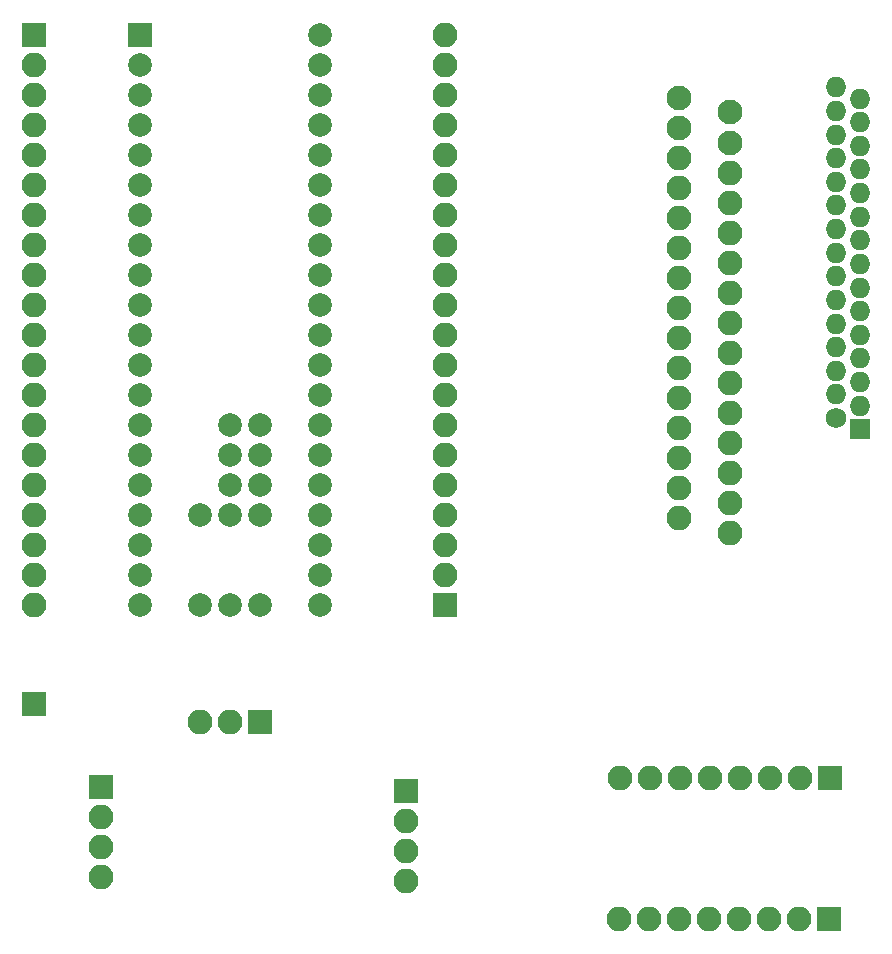
<source format=gbr>
G04 #@! TF.GenerationSoftware,KiCad,Pcbnew,(5.0.0-3-g5ebb6b6)*
G04 #@! TF.CreationDate,2020-04-03T01:15:25-07:00*
G04 #@! TF.ProjectId,keyboard,6B6579626F6172642E6B696361645F70,rev?*
G04 #@! TF.SameCoordinates,Original*
G04 #@! TF.FileFunction,Soldermask,Bot*
G04 #@! TF.FilePolarity,Negative*
%FSLAX46Y46*%
G04 Gerber Fmt 4.6, Leading zero omitted, Abs format (unit mm)*
G04 Created by KiCad (PCBNEW (5.0.0-3-g5ebb6b6)) date Friday, April 03, 2020 at 01:15:25 AM*
%MOMM*%
%LPD*%
G01*
G04 APERTURE LIST*
%ADD10R,2.100000X2.100000*%
%ADD11O,2.100000X2.100000*%
%ADD12C,2.000000*%
%ADD13R,2.000000X2.000000*%
%ADD14O,1.750000X1.750000*%
%ADD15R,1.750000X1.750000*%
%ADD16C,1.750000*%
%ADD17C,2.100000*%
G04 APERTURE END LIST*
D10*
G04 #@! TO.C,J2*
X252349000Y-122809000D03*
D11*
X249809000Y-122809000D03*
X247269000Y-122809000D03*
X244729000Y-122809000D03*
X242189000Y-122809000D03*
X239649000Y-122809000D03*
X237109000Y-122809000D03*
X234569000Y-122809000D03*
G04 #@! TD*
D10*
G04 #@! TO.C,J8*
X252222000Y-134747000D03*
D11*
X249682000Y-134747000D03*
X247142000Y-134747000D03*
X244602000Y-134747000D03*
X242062000Y-134747000D03*
X239522000Y-134747000D03*
X236982000Y-134747000D03*
X234442000Y-134747000D03*
G04 #@! TD*
D10*
G04 #@! TO.C,J3*
X184912000Y-59944000D03*
D11*
X184912000Y-62484000D03*
X184912000Y-65024000D03*
X184912000Y-67564000D03*
X184912000Y-70104000D03*
X184912000Y-72644000D03*
X184912000Y-75184000D03*
X184912000Y-77724000D03*
X184912000Y-80264000D03*
X184912000Y-82804000D03*
X184912000Y-85344000D03*
X184912000Y-87884000D03*
X184912000Y-90424000D03*
X184912000Y-92964000D03*
X184912000Y-95504000D03*
X184912000Y-98044000D03*
X184912000Y-100584000D03*
X184912000Y-103124000D03*
X184912000Y-105664000D03*
X184912000Y-108204000D03*
G04 #@! TD*
G04 #@! TO.C,J4*
X219710000Y-59944000D03*
X219710000Y-62484000D03*
X219710000Y-65024000D03*
X219710000Y-67564000D03*
X219710000Y-70104000D03*
X219710000Y-72644000D03*
X219710000Y-75184000D03*
X219710000Y-77724000D03*
X219710000Y-80264000D03*
X219710000Y-82804000D03*
X219710000Y-85344000D03*
X219710000Y-87884000D03*
X219710000Y-90424000D03*
X219710000Y-92964000D03*
X219710000Y-95504000D03*
X219710000Y-98044000D03*
X219710000Y-100584000D03*
X219710000Y-103124000D03*
X219710000Y-105664000D03*
D10*
X219710000Y-108204000D03*
G04 #@! TD*
G04 #@! TO.C,J5*
X204089000Y-118110000D03*
D11*
X201549000Y-118110000D03*
X199009000Y-118110000D03*
G04 #@! TD*
D10*
G04 #@! TO.C,J6*
X190627000Y-123571000D03*
D11*
X190627000Y-126111000D03*
X190627000Y-128651000D03*
X190627000Y-131191000D03*
G04 #@! TD*
G04 #@! TO.C,J9*
X216408000Y-131572000D03*
X216408000Y-129032000D03*
X216408000Y-126492000D03*
D10*
X216408000Y-123952000D03*
G04 #@! TD*
D12*
G04 #@! TO.C,U1*
X193929000Y-80264000D03*
X193929000Y-82804000D03*
X193929000Y-85344000D03*
X193929000Y-77724000D03*
X193929000Y-75184000D03*
X193929000Y-72644000D03*
X193929000Y-70104000D03*
X193929000Y-67564000D03*
X193929000Y-65024000D03*
X193929000Y-62484000D03*
D13*
X193929000Y-59944000D03*
D12*
X193929000Y-87884000D03*
X193929000Y-90424000D03*
X193929000Y-92964000D03*
X193929000Y-95504000D03*
X193929000Y-98044000D03*
X193929000Y-100584000D03*
X193929000Y-103124000D03*
X193929000Y-105664000D03*
X193929000Y-108204000D03*
X199009000Y-108204000D03*
X201549000Y-108204000D03*
X204089000Y-108204000D03*
X209169000Y-108204000D03*
X209169000Y-105664000D03*
X209169000Y-103124000D03*
X209169000Y-100584000D03*
X209169000Y-98044000D03*
X209169000Y-95504000D03*
X209169000Y-92964000D03*
X209169000Y-90424000D03*
X209169000Y-87884000D03*
X209169000Y-85344000D03*
X209169000Y-82804000D03*
X209169000Y-80264000D03*
X209169000Y-77724000D03*
X209169000Y-75184000D03*
X209169000Y-72644000D03*
X209169000Y-70104000D03*
X209169000Y-67564000D03*
X209169000Y-65024000D03*
X209169000Y-62484000D03*
X209169000Y-59944000D03*
X204089000Y-92964000D03*
X204089000Y-95504000D03*
X204089000Y-98044000D03*
X204089000Y-100584000D03*
X201549000Y-92964000D03*
X201549000Y-95504000D03*
X201549000Y-98044000D03*
X201549000Y-100584000D03*
X199009000Y-100584000D03*
G04 #@! TD*
D10*
G04 #@! TO.C,J10*
X184912000Y-116586000D03*
G04 #@! TD*
D14*
G04 #@! TO.C,J1*
X254904240Y-67294200D03*
X254904240Y-69294200D03*
X254904240Y-71294200D03*
X254904240Y-73294200D03*
X254904240Y-75294200D03*
X254904240Y-77294200D03*
X254904240Y-79294200D03*
X254904240Y-81294200D03*
X254904240Y-83294200D03*
X254904240Y-85294200D03*
X254904240Y-87294200D03*
X254904240Y-89294200D03*
X254904240Y-91294200D03*
D15*
X254904240Y-93294200D03*
D14*
X252854240Y-80344200D03*
X252854240Y-66344200D03*
X252854240Y-82344200D03*
X252854240Y-84344200D03*
X252854240Y-72344200D03*
X252854240Y-70344200D03*
D16*
X252854240Y-92344200D03*
D14*
X252854240Y-76344200D03*
X252854240Y-90344200D03*
X252854240Y-68344200D03*
X252854240Y-74344200D03*
X252854240Y-88344200D03*
X252854240Y-78344200D03*
X252854240Y-86344200D03*
X252854240Y-64344200D03*
X254904240Y-65294200D03*
G04 #@! TD*
D17*
G04 #@! TO.C,J7*
X239537240Y-67767200D03*
D11*
X239537240Y-70307200D03*
X239537240Y-72847200D03*
X239537240Y-75387200D03*
X239537240Y-77927200D03*
X239537240Y-80467200D03*
X239537240Y-83007200D03*
X239537240Y-85547200D03*
X239537240Y-88087200D03*
X239537240Y-90627200D03*
X239537240Y-93167200D03*
X239537240Y-95707200D03*
X239537240Y-98247200D03*
X239537240Y-100787200D03*
X243887240Y-79227200D03*
X243887240Y-81767200D03*
X243887240Y-91927200D03*
X243887240Y-74147200D03*
X243887240Y-94467200D03*
X243887240Y-71607200D03*
X243887240Y-76687200D03*
D17*
X243887240Y-69067200D03*
D11*
X243887240Y-97007200D03*
X243887240Y-99547200D03*
X243887240Y-84307200D03*
X243887240Y-86847200D03*
X243887240Y-102087200D03*
X243887240Y-89387200D03*
D17*
X239537240Y-65217200D03*
X243887240Y-66417200D03*
G04 #@! TD*
M02*

</source>
